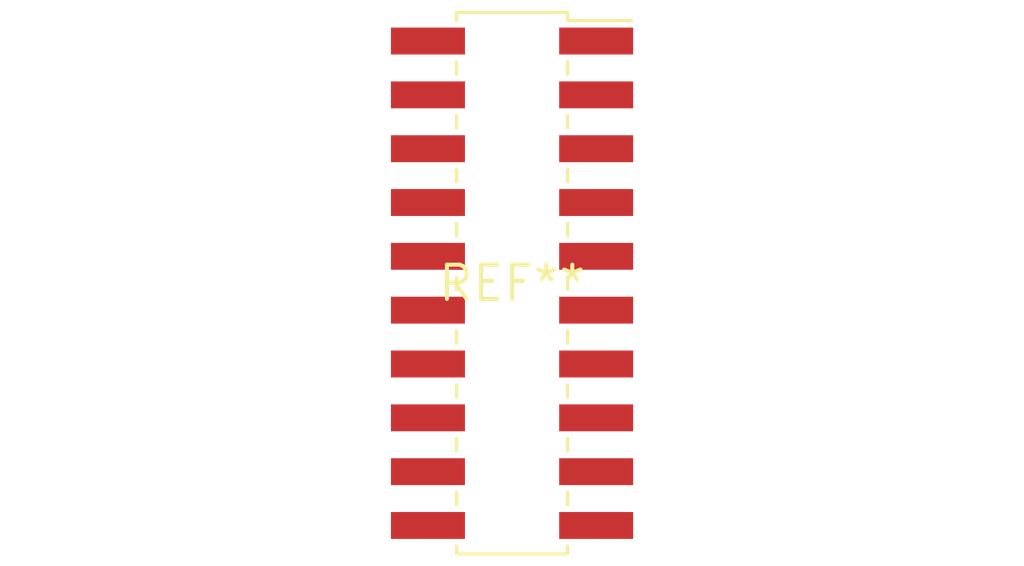
<source format=kicad_pcb>
(kicad_pcb (version 20240108) (generator pcbnew)
  (layers (0 "F.Cu" signal) (31 "B.Cu" signal) (34 "B.Paste" user) (35 "F.Paste" user) (36 "B.SilkS" user "B.Silkscreen") (37 "F.SilkS" user "F.Silkscreen") (38 "B.Mask" user) (39 "F.Mask" user) (44 "Edge.Cuts" user))
  (net 0 "")
  (footprint "PinSocket_2x10_P2.00mm_Vertical_SMD" (layer "F.Cu") (at 0 0)
    (property "Reference" "REF**")
    (property "Value" "PinSocket_2x10_P2.00mm_Vertical_SMD")
    (fp_line (start -2.06 -10.06) (end -2.06 -9.76) (layer "F.SilkS") (stroke (width 0.12)))
    (fp_line (start -2.06 -10.06) (end 2.06 -10.06) (layer "F.SilkS") (stroke (width 0.12)))
    (fp_line (start -2.06 -8.24) (end -2.06 -7.76) (layer "F.SilkS") (stroke (width 0.12)))
    (fp_line (start -2.06 -6.24) (end -2.06 -5.76) (layer "F.SilkS") (stroke (width 0.12)))
    (fp_line (start -2.06 -4.24) (end -2.06 -3.76) (layer "F.SilkS") (stroke (width 0.12)))
    (fp_line (start -2.06 -2.24) (end -2.06 -1.76) (layer "F.SilkS") (stroke (width 0.12)))
    (fp_line (start -2.06 -0.24) (end -2.06 0.24) (layer "F.SilkS") (stroke (width 0.12)))
    (fp_line (start -2.06 1.76) (end -2.06 2.24) (layer "F.SilkS") (stroke (width 0.12)))
    (fp_line (start -2.06 3.76) (end -2.06 4.24) (layer "F.SilkS") (stroke (width 0.12)))
    (fp_line (start -2.06 5.76) (end -2.06 6.24) (layer "F.SilkS") (stroke (width 0.12)))
    (fp_line (start -2.06 7.76) (end -2.06 8.24) (layer "F.SilkS") (stroke (width 0.12)))
    (fp_line (start -2.06 9.76) (end -2.06 10.06) (layer "F.SilkS") (stroke (width 0.12)))
    (fp_line (start -2.06 10.06) (end 2.06 10.06) (layer "F.SilkS") (stroke (width 0.12)))
    (fp_line (start 2.06 -10.06) (end 2.06 -9.76) (layer "F.SilkS") (stroke (width 0.12)))
    (fp_line (start 2.06 -9.76) (end 4.44 -9.76) (layer "F.SilkS") (stroke (width 0.12)))
    (fp_line (start 2.06 -8.24) (end 2.06 -7.76) (layer "F.SilkS") (stroke (width 0.12)))
    (fp_line (start 2.06 -6.24) (end 2.06 -5.76) (layer "F.SilkS") (stroke (width 0.12)))
    (fp_line (start 2.06 -4.24) (end 2.06 -3.76) (layer "F.SilkS") (stroke (width 0.12)))
    (fp_line (start 2.06 -2.24) (end 2.06 -1.76) (layer "F.SilkS") (stroke (width 0.12)))
    (fp_line (start 2.06 -0.24) (end 2.06 0.24) (layer "F.SilkS") (stroke (width 0.12)))
    (fp_line (start 2.06 1.76) (end 2.06 2.24) (layer "F.SilkS") (stroke (width 0.12)))
    (fp_line (start 2.06 3.76) (end 2.06 4.24) (layer "F.SilkS") (stroke (width 0.12)))
    (fp_line (start 2.06 5.76) (end 2.06 6.24) (layer "F.SilkS") (stroke (width 0.12)))
    (fp_line (start 2.06 7.76) (end 2.06 8.24) (layer "F.SilkS") (stroke (width 0.12)))
    (fp_line (start 2.06 9.76) (end 2.06 10.06) (layer "F.SilkS") (stroke (width 0.12)))
    (pad "1" smd rect (at 3.125 -9) (size 2.75 1) (layers "F.Cu" "F.Paste" "F.Mask"))
    (pad "2" smd rect (at -3.125 -9) (size 2.75 1) (layers "F.Cu" "F.Paste" "F.Mask"))
    (pad "3" smd rect (at 3.125 -7) (size 2.75 1) (layers "F.Cu" "F.Paste" "F.Mask"))
    (pad "4" smd rect (at -3.125 -7) (size 2.75 1) (layers "F.Cu" "F.Paste" "F.Mask"))
    (pad "5" smd rect (at 3.125 -5) (size 2.75 1) (layers "F.Cu" "F.Paste" "F.Mask"))
    (pad "6" smd rect (at -3.125 -5) (size 2.75 1) (layers "F.Cu" "F.Paste" "F.Mask"))
    (pad "7" smd rect (at 3.125 -3) (size 2.75 1) (layers "F.Cu" "F.Paste" "F.Mask"))
    (pad "8" smd rect (at -3.125 -3) (size 2.75 1) (layers "F.Cu" "F.Paste" "F.Mask"))
    (pad "9" smd rect (at 3.125 -1) (size 2.75 1) (layers "F.Cu" "F.Paste" "F.Mask"))
    (pad "10" smd rect (at -3.125 -1) (size 2.75 1) (layers "F.Cu" "F.Paste" "F.Mask"))
    (pad "11" smd rect (at 3.125 1) (size 2.75 1) (layers "F.Cu" "F.Paste" "F.Mask"))
    (pad "12" smd rect (at -3.125 1) (size 2.75 1) (layers "F.Cu" "F.Paste" "F.Mask"))
    (pad "13" smd rect (at 3.125 3) (size 2.75 1) (layers "F.Cu" "F.Paste" "F.Mask"))
    (pad "14" smd rect (at -3.125 3) (size 2.75 1) (layers "F.Cu" "F.Paste" "F.Mask"))
    (pad "15" smd rect (at 3.125 5) (size 2.75 1) (layers "F.Cu" "F.Paste" "F.Mask"))
    (pad "16" smd rect (at -3.125 5) (size 2.75 1) (layers "F.Cu" "F.Paste" "F.Mask"))
    (pad "17" smd rect (at 3.125 7) (size 2.75 1) (layers "F.Cu" "F.Paste" "F.Mask"))
    (pad "18" smd rect (at -3.125 7) (size 2.75 1) (layers "F.Cu" "F.Paste" "F.Mask"))
    (pad "19" smd rect (at 3.125 9) (size 2.75 1) (layers "F.Cu" "F.Paste" "F.Mask"))
    (pad "20" smd rect (at -3.125 9) (size 2.75 1) (layers "F.Cu" "F.Paste" "F.Mask"))
  )
)
</source>
